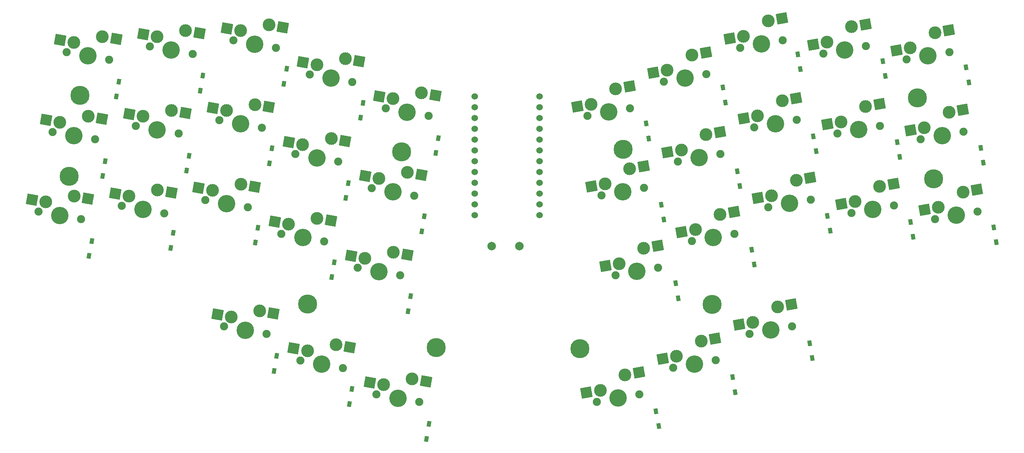
<source format=gbr>
%TF.GenerationSoftware,KiCad,Pcbnew,7.0.2*%
%TF.CreationDate,2023-05-13T02:55:16+09:00*%
%TF.ProjectId,ver1,76657231-2e6b-4696-9361-645f70636258,rev?*%
%TF.SameCoordinates,Original*%
%TF.FileFunction,Soldermask,Bot*%
%TF.FilePolarity,Negative*%
%FSLAX46Y46*%
G04 Gerber Fmt 4.6, Leading zero omitted, Abs format (unit mm)*
G04 Created by KiCad (PCBNEW 7.0.2) date 2023-05-13 02:55:16*
%MOMM*%
%LPD*%
G01*
G04 APERTURE LIST*
G04 Aperture macros list*
%AMRotRect*
0 Rectangle, with rotation*
0 The origin of the aperture is its center*
0 $1 length*
0 $2 width*
0 $3 Rotation angle, in degrees counterclockwise*
0 Add horizontal line*
21,1,$1,$2,0,0,$3*%
G04 Aperture macros list end*
%ADD10C,1.900000*%
%ADD11C,3.000000*%
%ADD12C,4.100000*%
%ADD13RotRect,2.550000X2.500000X170.000000*%
%ADD14RotRect,2.550000X2.500000X190.000000*%
%ADD15C,4.500000*%
%ADD16C,2.000000*%
%ADD17C,1.524000*%
%ADD18RotRect,1.300000X0.950000X80.000000*%
%ADD19RotRect,1.300000X0.950000X100.000000*%
G04 APERTURE END LIST*
D10*
%TO.C,SW21*%
X28336529Y-87090996D03*
D11*
X30028301Y-84810118D03*
D12*
X33339352Y-87973129D03*
D11*
X36722896Y-83411372D03*
D10*
X38342175Y-88855262D03*
D13*
X26803055Y-84241420D03*
X39974732Y-83984758D03*
%TD*%
D10*
%TO.C,SW23*%
X67511703Y-84326698D03*
D11*
X69203475Y-82045820D03*
D12*
X72514526Y-85208831D03*
D11*
X75898070Y-80647074D03*
D10*
X77517349Y-86090964D03*
D13*
X65978229Y-81477122D03*
X79149906Y-81220460D03*
%TD*%
D10*
%TO.C,SW10*%
X232424488Y-51293067D03*
D11*
X233234127Y-48571122D03*
D12*
X237427311Y-50410934D03*
D11*
X239046590Y-44967044D03*
D10*
X242430134Y-49528801D03*
D14*
X230008882Y-49139820D03*
X242298425Y-44393658D03*
%TD*%
D10*
%TO.C,SW9*%
X212836900Y-49910918D03*
D11*
X213646539Y-47188973D03*
D12*
X217839723Y-49028785D03*
D11*
X219459002Y-43584895D03*
D10*
X222842546Y-48146652D03*
D14*
X210421294Y-47757671D03*
X222710837Y-43011509D03*
%TD*%
D10*
%TO.C,SW17*%
X178623723Y-75287501D03*
D11*
X179433362Y-72565556D03*
D12*
X183626546Y-74405368D03*
D11*
X185245825Y-68961478D03*
D10*
X188629369Y-73523235D03*
D14*
X176208117Y-73134254D03*
X188497660Y-68388092D03*
%TD*%
D15*
%TO.C,Ref\u002A\u002A*%
X155600000Y-119300000D03*
%TD*%
D10*
%TO.C,SW18*%
X196557311Y-67289356D03*
D11*
X197366950Y-64567411D03*
D12*
X201560134Y-66407223D03*
D11*
X203179413Y-60963333D03*
D10*
X206562957Y-65525090D03*
D14*
X194141705Y-65136109D03*
X206431248Y-60389947D03*
%TD*%
D10*
%TO.C,SW32*%
X89863589Y-122119723D03*
D11*
X91555361Y-119838845D03*
D12*
X94866412Y-123001856D03*
D11*
X98249956Y-118440099D03*
D10*
X99869235Y-123883989D03*
D13*
X88330115Y-119270147D03*
X101501792Y-119013485D03*
%TD*%
D15*
%TO.C,Ref\u002A\u002A*%
X91600000Y-108800000D03*
%TD*%
%TO.C,Ref\u002A\u002A*%
X121800000Y-119100000D03*
%TD*%
D10*
%TO.C,SW24*%
X85445291Y-92324842D03*
D11*
X87137063Y-90043964D03*
D12*
X90448114Y-93206975D03*
D11*
X93831658Y-88645218D03*
D10*
X95450937Y-94089108D03*
D13*
X83911817Y-89475266D03*
X97083494Y-89218604D03*
%TD*%
D10*
%TO.C,SW33*%
X107797177Y-130117867D03*
D11*
X109488949Y-127836989D03*
D12*
X112800000Y-131000000D03*
D11*
X116183544Y-126438243D03*
D10*
X117802823Y-131882133D03*
D13*
X106263703Y-127268291D03*
X119435380Y-127011629D03*
%TD*%
D10*
%TO.C,SW20*%
X235732485Y-70053655D03*
D11*
X236542124Y-67331710D03*
D12*
X240735308Y-69171522D03*
D11*
X242354587Y-63727632D03*
D10*
X245738131Y-68289389D03*
D14*
X233316879Y-67900408D03*
X245606422Y-63154246D03*
%TD*%
D10*
%TO.C,SW7*%
X175315725Y-56526913D03*
D11*
X176125364Y-53804968D03*
D12*
X180318548Y-55644780D03*
D11*
X181937827Y-50200890D03*
D10*
X185321371Y-54762647D03*
D14*
X172900119Y-54373666D03*
X185189662Y-49627504D03*
%TD*%
D10*
%TO.C,SW14*%
X88753289Y-73564255D03*
D11*
X90445061Y-71283377D03*
D12*
X93756112Y-74446388D03*
D11*
X97139656Y-69884631D03*
D10*
X98758935Y-75328521D03*
D13*
X87219815Y-70714679D03*
X100391492Y-70458017D03*
%TD*%
D15*
%TO.C,Ref\u002A\u002A*%
X234950000Y-60325000D03*
%TD*%
D10*
%TO.C,SW12*%
X51232114Y-66948259D03*
D11*
X52923886Y-64667381D03*
D12*
X56234937Y-67830392D03*
D11*
X59618481Y-63268635D03*
D10*
X61237760Y-68712525D03*
D13*
X49698640Y-64098683D03*
X62870317Y-63842021D03*
%TD*%
D15*
%TO.C,Ref\u002A\u002A*%
X186700000Y-108900000D03*
%TD*%
D10*
%TO.C,SW5*%
X109994875Y-62801812D03*
D11*
X111686647Y-60520934D03*
D12*
X114997698Y-63683945D03*
D11*
X118381242Y-59122188D03*
D10*
X120000521Y-64566078D03*
D13*
X108461401Y-59952236D03*
X121633078Y-59695574D03*
%TD*%
D10*
%TO.C,SW22*%
X47924116Y-85708847D03*
D11*
X49615888Y-83427969D03*
D12*
X52926939Y-86590980D03*
D11*
X56310483Y-82029223D03*
D10*
X57929762Y-87473113D03*
D13*
X46390642Y-82859271D03*
X59562319Y-82602609D03*
%TD*%
D10*
%TO.C,SW36*%
X195447012Y-115844824D03*
D11*
X196256651Y-113122879D03*
D12*
X200449835Y-114962691D03*
D11*
X202069114Y-109518801D03*
D10*
X205452658Y-114080558D03*
D14*
X193031406Y-113691577D03*
X205320949Y-108945415D03*
%TD*%
D10*
%TO.C,SW3*%
X74127699Y-46805522D03*
D11*
X75819471Y-44524644D03*
D12*
X79130522Y-47687655D03*
D11*
X82514066Y-43125898D03*
D10*
X84133345Y-48569788D03*
D13*
X72594225Y-43955946D03*
X85765902Y-43699284D03*
%TD*%
D15*
%TO.C,Ref\u002A\u002A*%
X238760000Y-79375000D03*
%TD*%
D10*
%TO.C,SW28*%
X199865309Y-86049944D03*
D11*
X200674948Y-83327999D03*
D12*
X204868132Y-85167811D03*
D11*
X206487411Y-79723921D03*
D10*
X209870955Y-84285678D03*
D14*
X197449703Y-83896697D03*
X209739246Y-79150535D03*
%TD*%
D10*
%TO.C,SW15*%
X106686877Y-81562399D03*
D11*
X108378649Y-79281521D03*
D12*
X111689700Y-82444532D03*
D11*
X115073244Y-77882775D03*
D10*
X116692523Y-83326665D03*
D13*
X105153403Y-78712823D03*
X118325080Y-78456161D03*
%TD*%
D10*
%TO.C,SW1*%
X34952524Y-49569820D03*
D11*
X36644296Y-47288942D03*
D12*
X39955347Y-50451953D03*
D11*
X43338891Y-45890196D03*
D10*
X44958170Y-51334086D03*
D13*
X33419050Y-46720244D03*
X46590727Y-46463582D03*
%TD*%
D10*
%TO.C,SW2*%
X54540112Y-48187671D03*
D11*
X56231884Y-45906793D03*
D12*
X59542935Y-49069804D03*
D11*
X62926479Y-44508047D03*
D10*
X64545758Y-49951937D03*
D13*
X53006638Y-45338095D03*
X66178315Y-45081433D03*
%TD*%
D10*
%TO.C,SW8*%
X193249313Y-48528769D03*
D11*
X194058952Y-45806824D03*
D12*
X198252136Y-47646636D03*
D11*
X199871415Y-42202746D03*
D10*
X203254959Y-46764503D03*
D14*
X190833707Y-46375522D03*
X203123250Y-41629360D03*
%TD*%
D10*
%TO.C,SW11*%
X31644527Y-68330408D03*
D11*
X33336299Y-66049530D03*
D12*
X36647350Y-69212541D03*
D11*
X40030894Y-64650784D03*
D10*
X41650173Y-70094674D03*
D13*
X30111053Y-65480832D03*
X43282730Y-65224170D03*
%TD*%
D10*
%TO.C,SW35*%
X177513423Y-123842969D03*
D11*
X178323062Y-121121024D03*
D12*
X182516246Y-122960836D03*
D11*
X184135525Y-117516946D03*
D10*
X187519069Y-122078703D03*
D14*
X175097817Y-121689722D03*
X187387360Y-116943560D03*
%TD*%
D10*
%TO.C,SW30*%
X239040483Y-88814242D03*
D11*
X239850122Y-86092297D03*
D12*
X244043306Y-87932109D03*
D11*
X245662585Y-82488219D03*
D10*
X249046129Y-87049976D03*
D14*
X236624877Y-86660995D03*
X248914420Y-81914833D03*
%TD*%
D16*
%TO.C,SW37*%
X141350000Y-95200000D03*
X134850000Y-95200000D03*
%TD*%
D10*
%TO.C,SW16*%
X160690135Y-83285646D03*
D11*
X161499774Y-80563701D03*
D12*
X165692958Y-82403513D03*
D11*
X167312237Y-76959623D03*
D10*
X170695781Y-81521380D03*
D14*
X158274529Y-81132399D03*
X170564072Y-76386237D03*
%TD*%
D15*
%TO.C,Ref\u002A\u002A*%
X35560000Y-78740000D03*
%TD*%
D10*
%TO.C,SW26*%
X163998132Y-102046233D03*
D11*
X164807771Y-99324288D03*
D12*
X169000955Y-101164100D03*
D11*
X170620234Y-95720210D03*
D10*
X174003778Y-100281967D03*
D14*
X161582526Y-99892986D03*
X173872069Y-95146824D03*
%TD*%
D10*
%TO.C,SW25*%
X103378880Y-100322987D03*
D11*
X105070652Y-98042109D03*
D12*
X108381703Y-101205120D03*
D11*
X111765247Y-96643363D03*
D10*
X113384526Y-102087253D03*
D13*
X101845406Y-97473411D03*
X115017083Y-97216749D03*
%TD*%
D10*
%TO.C,SW13*%
X70819701Y-65566110D03*
D11*
X72511473Y-63285232D03*
D12*
X75822524Y-66448243D03*
D11*
X79206068Y-61886486D03*
D10*
X80825347Y-67330376D03*
D13*
X69286227Y-62716534D03*
X82457904Y-62459872D03*
%TD*%
D17*
%TO.C,U1*%
X146111400Y-59947000D03*
X146111400Y-62487000D03*
X146111400Y-65027000D03*
X146111400Y-67567000D03*
X146111400Y-70107000D03*
X146111400Y-72647000D03*
X146111400Y-75187000D03*
X146111400Y-77727000D03*
X146111400Y-80267000D03*
X146111400Y-82807000D03*
X146111400Y-85347000D03*
X146111400Y-87887000D03*
X130891400Y-87887000D03*
X130891400Y-85347000D03*
X130891400Y-82807000D03*
X130891400Y-80267000D03*
X130891400Y-77727000D03*
X130891400Y-75187000D03*
X130891400Y-72647000D03*
X130891400Y-70107000D03*
X130891400Y-67567000D03*
X130891400Y-65027000D03*
X130891400Y-62487000D03*
X130891400Y-59947000D03*
%TD*%
D10*
%TO.C,SW31*%
X71930000Y-114121578D03*
D11*
X73621772Y-111840700D03*
D12*
X76932823Y-115003711D03*
D11*
X80316367Y-110441954D03*
D10*
X81935646Y-115885844D03*
D13*
X70396526Y-111272002D03*
X83568203Y-111015340D03*
%TD*%
D10*
%TO.C,SW6*%
X157382137Y-64525058D03*
D11*
X158191776Y-61803113D03*
D12*
X162384960Y-63642925D03*
D11*
X164004239Y-58199035D03*
D10*
X167387783Y-62760792D03*
D14*
X154966531Y-62371811D03*
X167256074Y-57625649D03*
%TD*%
D10*
%TO.C,SW4*%
X92061287Y-54803667D03*
D11*
X93753059Y-52522789D03*
D12*
X97064110Y-55685800D03*
D11*
X100447654Y-51124043D03*
D10*
X102066933Y-56567933D03*
D13*
X90527813Y-51954091D03*
X103699490Y-51697429D03*
%TD*%
D15*
%TO.C,Ref\u002A\u002A*%
X38100000Y-59690000D03*
%TD*%
D10*
%TO.C,SW34*%
X159579835Y-131841114D03*
D11*
X160389474Y-129119169D03*
D12*
X164582658Y-130958981D03*
D11*
X166201937Y-125515091D03*
D10*
X169585481Y-130076848D03*
D14*
X157164229Y-129687867D03*
X169453772Y-124941705D03*
%TD*%
D10*
%TO.C,SW27*%
X181931721Y-94048089D03*
D11*
X182741360Y-91326144D03*
D12*
X186934544Y-93165956D03*
D11*
X188553823Y-87722066D03*
D10*
X191937367Y-92283823D03*
D14*
X179516115Y-91894842D03*
X191805658Y-87148680D03*
%TD*%
D15*
%TO.C,Ref\u002A\u002A*%
X113665000Y-73025000D03*
%TD*%
D10*
%TO.C,SW19*%
X216144898Y-68671505D03*
D11*
X216954537Y-65949560D03*
D12*
X221147721Y-67789372D03*
D11*
X222767000Y-62345482D03*
D10*
X226150544Y-66907239D03*
D14*
X213729292Y-66518258D03*
X226018835Y-61772096D03*
%TD*%
D10*
%TO.C,SW29*%
X219452896Y-87432093D03*
D11*
X220262535Y-84710148D03*
D12*
X224455719Y-86549960D03*
D11*
X226074998Y-81106070D03*
D10*
X229458542Y-85667827D03*
D14*
X217037290Y-85278846D03*
X229326833Y-80532684D03*
%TD*%
D15*
%TO.C,Ref\u002A\u002A*%
X165735000Y-72390000D03*
%TD*%
D18*
%TO.C,D13*%
X82629757Y-75693221D03*
X83246209Y-72197153D03*
%TD*%
D19*
%TO.C,D27*%
X196608226Y-99548034D03*
X195991774Y-96051966D03*
%TD*%
%TO.C,D28*%
X214408226Y-91548034D03*
X213791774Y-88051966D03*
%TD*%
%TO.C,D34*%
X174108226Y-137548034D03*
X173491774Y-134051966D03*
%TD*%
D18*
%TO.C,D3*%
X86029757Y-56993221D03*
X86646209Y-53497153D03*
%TD*%
D19*
%TO.C,D20*%
X250408226Y-75548034D03*
X249791774Y-72051966D03*
%TD*%
D18*
%TO.C,D12*%
X63121531Y-77441255D03*
X63737983Y-73945187D03*
%TD*%
D19*
%TO.C,D10*%
X247008226Y-56648034D03*
X246391774Y-53151966D03*
%TD*%
D18*
%TO.C,D22*%
X59429757Y-95593221D03*
X60046209Y-92097153D03*
%TD*%
D19*
%TO.C,D6*%
X171808226Y-69848034D03*
X171191774Y-66351966D03*
%TD*%
%TO.C,D17*%
X193208226Y-81048034D03*
X192591774Y-77551966D03*
%TD*%
%TO.C,D16*%
X175308226Y-88948034D03*
X174691774Y-85451966D03*
%TD*%
D18*
%TO.C,D24*%
X97229757Y-102493221D03*
X97846209Y-98997153D03*
%TD*%
D19*
%TO.C,D29*%
X233900000Y-93000000D03*
X233283548Y-89503932D03*
%TD*%
D18*
%TO.C,D15*%
X118429757Y-91693221D03*
X119046209Y-88197153D03*
%TD*%
D19*
%TO.C,D36*%
X210208226Y-121548034D03*
X209591774Y-118051966D03*
%TD*%
%TO.C,D9*%
X227408226Y-55148034D03*
X226791774Y-51651966D03*
%TD*%
%TO.C,D7*%
X189800000Y-61400000D03*
X189183548Y-57903932D03*
%TD*%
D18*
%TO.C,D14*%
X100529757Y-83893221D03*
X101146209Y-80397153D03*
%TD*%
%TO.C,D2*%
X66329757Y-58593221D03*
X66946209Y-55097153D03*
%TD*%
%TO.C,D25*%
X115229757Y-110493221D03*
X115846209Y-106997153D03*
%TD*%
D19*
%TO.C,D8*%
X207408226Y-53548034D03*
X206791774Y-50051966D03*
%TD*%
D18*
%TO.C,D5*%
X121729757Y-73293221D03*
X122346209Y-69797153D03*
%TD*%
%TO.C,D33*%
X119521531Y-140541255D03*
X120137983Y-137045187D03*
%TD*%
%TO.C,D21*%
X40229757Y-97493221D03*
X40846209Y-93997153D03*
%TD*%
%TO.C,D31*%
X83721531Y-124541255D03*
X84337983Y-121045187D03*
%TD*%
%TO.C,D23*%
X79329757Y-94393221D03*
X79946209Y-90897153D03*
%TD*%
%TO.C,D32*%
X101421531Y-132341255D03*
X102037983Y-128845187D03*
%TD*%
%TO.C,D1*%
X46629757Y-59993221D03*
X47246209Y-56497153D03*
%TD*%
D19*
%TO.C,D18*%
X211108226Y-72848034D03*
X210491774Y-69351966D03*
%TD*%
%TO.C,D19*%
X230800000Y-74200000D03*
X230183548Y-70703932D03*
%TD*%
D18*
%TO.C,D11*%
X43429757Y-78693221D03*
X44046209Y-75197153D03*
%TD*%
D19*
%TO.C,D26*%
X178708226Y-107448034D03*
X178091774Y-103951966D03*
%TD*%
%TO.C,D30*%
X253500000Y-94300000D03*
X252883548Y-90803932D03*
%TD*%
D18*
%TO.C,D4*%
X104029757Y-64993221D03*
X104646209Y-61497153D03*
%TD*%
D19*
%TO.C,D35*%
X192108226Y-129548034D03*
X191491774Y-126051966D03*
%TD*%
M02*

</source>
